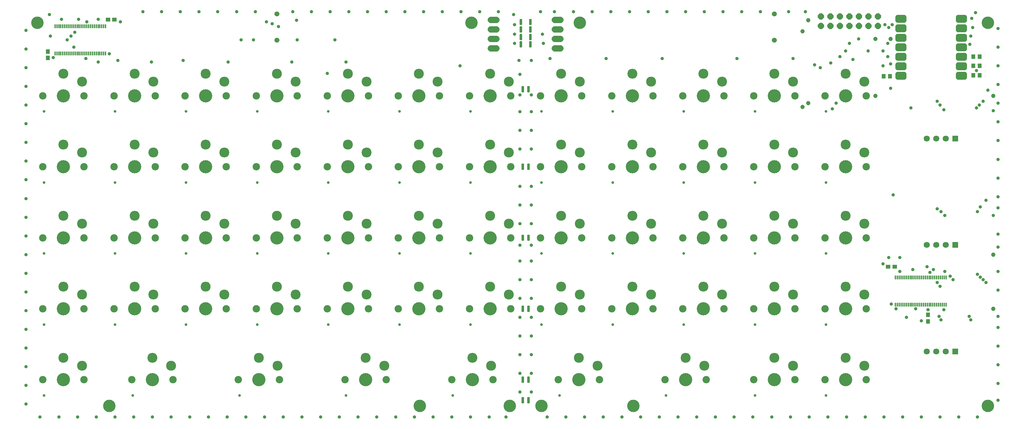
<source format=gbs>
G75*
%MOIN*%
%OFA0B0*%
%FSLAX25Y25*%
%IPPOS*%
%LPD*%
%AMOC8*
5,1,8,0,0,1.08239X$1,22.5*
%
%ADD10C,0.13098*%
%ADD11R,0.01287X0.04043*%
%ADD12C,0.13886*%
%ADD13C,0.02862*%
%ADD14C,0.07783*%
%ADD15C,0.10500*%
%ADD16R,0.04437X0.04831*%
%ADD17R,0.04831X0.04437*%
%ADD18C,0.04187*%
%ADD19R,0.06406X0.06406*%
%ADD20C,0.06406*%
%ADD21C,0.06500*%
%ADD22C,0.05224*%
%ADD23OC8,0.06500*%
%ADD24C,0.03469*%
%ADD25C,0.03075*%
%ADD26C,0.04634*%
D10*
X0095304Y0051813D03*
X0422076Y0051813D03*
X0516564Y0051813D03*
X0550028Y0051813D03*
X0646485Y0051813D03*
X1019517Y0051813D03*
X1019517Y0455356D03*
X0590383Y0455356D03*
X0476209Y0455356D03*
X0019517Y0455356D03*
D11*
X0038217Y0451813D03*
X0040186Y0451813D03*
X0042154Y0451813D03*
X0044123Y0451813D03*
X0046091Y0451813D03*
X0048060Y0451813D03*
X0050028Y0451813D03*
X0051997Y0451813D03*
X0053965Y0451813D03*
X0055934Y0451813D03*
X0057902Y0451813D03*
X0059871Y0451813D03*
X0061839Y0451813D03*
X0063808Y0451813D03*
X0065776Y0451813D03*
X0067745Y0451813D03*
X0069713Y0451813D03*
X0071682Y0451813D03*
X0073650Y0451813D03*
X0075619Y0451813D03*
X0077587Y0451813D03*
X0079556Y0451813D03*
X0081524Y0451813D03*
X0083493Y0451813D03*
X0085461Y0451813D03*
X0087430Y0451813D03*
X0089398Y0451813D03*
X0091367Y0451813D03*
X0091367Y0423230D03*
X0089398Y0423230D03*
X0087430Y0423230D03*
X0085461Y0423230D03*
X0083493Y0423230D03*
X0081524Y0423230D03*
X0079556Y0423230D03*
X0077587Y0423230D03*
X0075619Y0423230D03*
X0073650Y0423230D03*
X0071682Y0423230D03*
X0069713Y0423230D03*
X0067745Y0423230D03*
X0065776Y0423230D03*
X0063808Y0423230D03*
X0061839Y0423230D03*
X0059871Y0423230D03*
X0057902Y0423230D03*
X0055934Y0423230D03*
X0053965Y0423230D03*
X0051997Y0423230D03*
X0050028Y0423230D03*
X0048060Y0423230D03*
X0046091Y0423230D03*
X0044123Y0423230D03*
X0042154Y0423230D03*
X0040186Y0423230D03*
X0038217Y0423230D03*
X0922410Y0187112D03*
X0924379Y0187112D03*
X0926347Y0187112D03*
X0928316Y0187112D03*
X0930284Y0187112D03*
X0932253Y0187112D03*
X0934221Y0187112D03*
X0936190Y0187112D03*
X0938158Y0187112D03*
X0940127Y0187112D03*
X0942095Y0187112D03*
X0944064Y0187112D03*
X0946032Y0187112D03*
X0948001Y0187112D03*
X0949970Y0187112D03*
X0951938Y0187112D03*
X0953907Y0187112D03*
X0955875Y0187112D03*
X0957844Y0187112D03*
X0959812Y0187112D03*
X0961781Y0187112D03*
X0963749Y0187112D03*
X0965718Y0187112D03*
X0967686Y0187112D03*
X0969655Y0187112D03*
X0971623Y0187112D03*
X0973592Y0187112D03*
X0975560Y0187112D03*
X0975560Y0158530D03*
X0973592Y0158530D03*
X0971623Y0158530D03*
X0969655Y0158530D03*
X0967686Y0158530D03*
X0965718Y0158530D03*
X0963749Y0158530D03*
X0961781Y0158530D03*
X0959812Y0158530D03*
X0957844Y0158530D03*
X0955875Y0158530D03*
X0953907Y0158530D03*
X0951938Y0158530D03*
X0949970Y0158530D03*
X0948001Y0158530D03*
X0946032Y0158530D03*
X0944064Y0158530D03*
X0942095Y0158530D03*
X0940127Y0158530D03*
X0938158Y0158530D03*
X0936190Y0158530D03*
X0934221Y0158530D03*
X0932253Y0158530D03*
X0930284Y0158530D03*
X0928316Y0158530D03*
X0926347Y0158530D03*
X0924379Y0158530D03*
X0922410Y0158530D03*
D12*
X0869910Y0154175D03*
X0795107Y0154175D03*
X0720304Y0154175D03*
X0645501Y0154175D03*
X0570698Y0154175D03*
X0495894Y0154175D03*
X0421091Y0154175D03*
X0346288Y0154175D03*
X0271485Y0154175D03*
X0196682Y0154175D03*
X0121879Y0154175D03*
X0047076Y0154175D03*
X0047076Y0228978D03*
X0121879Y0228978D03*
X0196682Y0228978D03*
X0271485Y0228978D03*
X0346288Y0228978D03*
X0421091Y0228978D03*
X0495894Y0228978D03*
X0570698Y0228978D03*
X0645501Y0228978D03*
X0720304Y0228978D03*
X0795107Y0228978D03*
X0869910Y0228978D03*
X0869910Y0303781D03*
X0795107Y0303781D03*
X0720304Y0303781D03*
X0645501Y0303781D03*
X0570698Y0303781D03*
X0495894Y0303781D03*
X0421091Y0303781D03*
X0346288Y0303781D03*
X0271485Y0303781D03*
X0196682Y0303781D03*
X0121879Y0303781D03*
X0047076Y0303781D03*
X0047076Y0378584D03*
X0121879Y0378584D03*
X0196682Y0378584D03*
X0271485Y0378584D03*
X0346288Y0378584D03*
X0421091Y0378584D03*
X0495894Y0378584D03*
X0570698Y0378584D03*
X0645501Y0378584D03*
X0720304Y0378584D03*
X0795107Y0378584D03*
X0869910Y0378584D03*
X0869910Y0079372D03*
X0795107Y0079372D03*
X0701603Y0079372D03*
X0589398Y0079372D03*
X0477194Y0079372D03*
X0364989Y0079372D03*
X0252784Y0079372D03*
X0140580Y0079372D03*
X0047076Y0079372D03*
D13*
X0026524Y0062836D03*
X0120028Y0062836D03*
X0232233Y0062836D03*
X0344438Y0062836D03*
X0456643Y0062836D03*
X0568847Y0062836D03*
X0681052Y0062836D03*
X0774556Y0062836D03*
X0849359Y0062836D03*
X0849359Y0137639D03*
X0774556Y0137639D03*
X0699753Y0137639D03*
X0624950Y0137639D03*
X0550146Y0137639D03*
X0475343Y0137639D03*
X0400540Y0137639D03*
X0325737Y0137639D03*
X0250934Y0137639D03*
X0176131Y0137639D03*
X0101328Y0137639D03*
X0026524Y0137639D03*
X0026524Y0212443D03*
X0101328Y0212443D03*
X0176131Y0212443D03*
X0250934Y0212443D03*
X0325737Y0212443D03*
X0400540Y0212443D03*
X0475343Y0212443D03*
X0550146Y0212443D03*
X0624950Y0212443D03*
X0699753Y0212443D03*
X0774556Y0212443D03*
X0849359Y0212443D03*
X0849359Y0287246D03*
X0774556Y0287246D03*
X0699753Y0287246D03*
X0624950Y0287246D03*
X0550146Y0287246D03*
X0475343Y0287246D03*
X0400540Y0287246D03*
X0325737Y0287246D03*
X0250934Y0287246D03*
X0176131Y0287246D03*
X0101328Y0287246D03*
X0026524Y0287246D03*
X0026524Y0362049D03*
X0101328Y0362049D03*
X0176131Y0362049D03*
X0250934Y0362049D03*
X0325737Y0362049D03*
X0400540Y0362049D03*
X0475343Y0362049D03*
X0550146Y0362049D03*
X0624950Y0362049D03*
X0699753Y0362049D03*
X0774556Y0362049D03*
X0849359Y0362049D03*
D14*
X0848257Y0378584D03*
X0816761Y0378584D03*
X0773454Y0378584D03*
X0741957Y0378584D03*
X0698650Y0378584D03*
X0667154Y0378584D03*
X0623847Y0378584D03*
X0592351Y0378584D03*
X0549044Y0378584D03*
X0517548Y0378584D03*
X0474241Y0378584D03*
X0442745Y0378584D03*
X0399438Y0378584D03*
X0367942Y0378584D03*
X0324635Y0378584D03*
X0293139Y0378584D03*
X0249831Y0378584D03*
X0218335Y0378584D03*
X0175028Y0378584D03*
X0143532Y0378584D03*
X0100225Y0378584D03*
X0068729Y0378584D03*
X0025422Y0378584D03*
X0025422Y0303781D03*
X0068729Y0303781D03*
X0100225Y0303781D03*
X0143532Y0303781D03*
X0175028Y0303781D03*
X0218335Y0303781D03*
X0249831Y0303781D03*
X0293139Y0303781D03*
X0324635Y0303781D03*
X0367942Y0303781D03*
X0399438Y0303781D03*
X0442745Y0303781D03*
X0474241Y0303781D03*
X0517548Y0303781D03*
X0549044Y0303781D03*
X0592351Y0303781D03*
X0623847Y0303781D03*
X0667154Y0303781D03*
X0698650Y0303781D03*
X0741957Y0303781D03*
X0773454Y0303781D03*
X0816761Y0303781D03*
X0848257Y0303781D03*
X0891564Y0303781D03*
X0891564Y0228978D03*
X0848257Y0228978D03*
X0816761Y0228978D03*
X0773454Y0228978D03*
X0741957Y0228978D03*
X0698650Y0228978D03*
X0667154Y0228978D03*
X0623847Y0228978D03*
X0592351Y0228978D03*
X0549044Y0228978D03*
X0517548Y0228978D03*
X0474241Y0228978D03*
X0442745Y0228978D03*
X0399438Y0228978D03*
X0367942Y0228978D03*
X0324635Y0228978D03*
X0293139Y0228978D03*
X0249831Y0228978D03*
X0218335Y0228978D03*
X0175028Y0228978D03*
X0143532Y0228978D03*
X0100225Y0228978D03*
X0068729Y0228978D03*
X0025422Y0228978D03*
X0025422Y0154175D03*
X0068729Y0154175D03*
X0100225Y0154175D03*
X0143532Y0154175D03*
X0175028Y0154175D03*
X0218335Y0154175D03*
X0249831Y0154175D03*
X0293139Y0154175D03*
X0324635Y0154175D03*
X0367942Y0154175D03*
X0399438Y0154175D03*
X0442745Y0154175D03*
X0474241Y0154175D03*
X0517548Y0154175D03*
X0549044Y0154175D03*
X0592351Y0154175D03*
X0623847Y0154175D03*
X0667154Y0154175D03*
X0698650Y0154175D03*
X0741957Y0154175D03*
X0773454Y0154175D03*
X0816761Y0154175D03*
X0848257Y0154175D03*
X0891564Y0154175D03*
X0891564Y0079372D03*
X0848257Y0079372D03*
X0816761Y0079372D03*
X0773454Y0079372D03*
X0723257Y0079372D03*
X0679950Y0079372D03*
X0611052Y0079372D03*
X0567745Y0079372D03*
X0498847Y0079372D03*
X0455540Y0079372D03*
X0386643Y0079372D03*
X0343335Y0079372D03*
X0274438Y0079372D03*
X0231131Y0079372D03*
X0162233Y0079372D03*
X0118926Y0079372D03*
X0068729Y0079372D03*
X0025422Y0079372D03*
X0891564Y0378584D03*
D15*
X0889595Y0393545D03*
X0869910Y0401813D03*
X0814792Y0393545D03*
X0795107Y0401813D03*
X0739989Y0393545D03*
X0720304Y0401813D03*
X0665186Y0393545D03*
X0645501Y0401813D03*
X0590383Y0393545D03*
X0570698Y0401813D03*
X0515580Y0393545D03*
X0495894Y0401813D03*
X0440776Y0393545D03*
X0421091Y0401813D03*
X0365973Y0393545D03*
X0346288Y0401813D03*
X0291170Y0393545D03*
X0271485Y0401813D03*
X0216367Y0393545D03*
X0196682Y0401813D03*
X0141564Y0393545D03*
X0121879Y0401813D03*
X0066761Y0393545D03*
X0047076Y0401813D03*
X0047076Y0327009D03*
X0066761Y0318742D03*
X0121879Y0327009D03*
X0141564Y0318742D03*
X0196682Y0327009D03*
X0216367Y0318742D03*
X0271485Y0327009D03*
X0291170Y0318742D03*
X0346288Y0327009D03*
X0365973Y0318742D03*
X0421091Y0327009D03*
X0440776Y0318742D03*
X0495894Y0327009D03*
X0515580Y0318742D03*
X0570698Y0327009D03*
X0590383Y0318742D03*
X0645501Y0327009D03*
X0665186Y0318742D03*
X0720304Y0327009D03*
X0739989Y0318742D03*
X0795107Y0327009D03*
X0814792Y0318742D03*
X0869910Y0327009D03*
X0889595Y0318742D03*
X0869910Y0252206D03*
X0889595Y0243939D03*
X0814792Y0243939D03*
X0795107Y0252206D03*
X0739989Y0243939D03*
X0720304Y0252206D03*
X0665186Y0243939D03*
X0645501Y0252206D03*
X0590383Y0243939D03*
X0570698Y0252206D03*
X0515580Y0243939D03*
X0495894Y0252206D03*
X0440776Y0243939D03*
X0421091Y0252206D03*
X0365973Y0243939D03*
X0346288Y0252206D03*
X0291170Y0243939D03*
X0271485Y0252206D03*
X0216367Y0243939D03*
X0196682Y0252206D03*
X0141564Y0243939D03*
X0121879Y0252206D03*
X0066761Y0243939D03*
X0047076Y0252206D03*
X0047076Y0177403D03*
X0066761Y0169135D03*
X0121879Y0177403D03*
X0141564Y0169135D03*
X0196682Y0177403D03*
X0216367Y0169135D03*
X0271485Y0177403D03*
X0291170Y0169135D03*
X0346288Y0177403D03*
X0365973Y0169135D03*
X0421091Y0177403D03*
X0440776Y0169135D03*
X0495894Y0177403D03*
X0515580Y0169135D03*
X0570698Y0177403D03*
X0590383Y0169135D03*
X0645501Y0177403D03*
X0665186Y0169135D03*
X0720304Y0177403D03*
X0739989Y0169135D03*
X0795107Y0177403D03*
X0814792Y0169135D03*
X0869910Y0177403D03*
X0889595Y0169135D03*
X0869910Y0102600D03*
X0889595Y0094332D03*
X0814792Y0094332D03*
X0795107Y0102600D03*
X0721288Y0094332D03*
X0701603Y0102600D03*
X0609083Y0094332D03*
X0589398Y0102600D03*
X0496879Y0094332D03*
X0477194Y0102600D03*
X0384674Y0094332D03*
X0364989Y0102600D03*
X0272469Y0094332D03*
X0252784Y0102600D03*
X0160265Y0094332D03*
X0140580Y0102600D03*
X0066761Y0094332D03*
X0047076Y0102600D03*
D16*
X0030512Y0418545D03*
X0030512Y0425238D03*
X0909871Y0399254D03*
X0916564Y0399254D03*
X1004359Y0400238D03*
X1011052Y0400238D03*
X1011052Y0410080D03*
X1004359Y0410080D03*
X1004359Y0419923D03*
X1011052Y0419923D03*
X0956524Y0147679D03*
X0956524Y0140986D03*
D17*
X0921485Y0198466D03*
X0914792Y0198466D03*
X0100718Y0458704D03*
X0094025Y0458704D03*
D18*
X0924411Y0461859D02*
X0931551Y0461859D01*
X0931551Y0457671D01*
X0924411Y0457671D01*
X0924411Y0461859D01*
X0924411Y0461857D02*
X0931551Y0461857D01*
X0931551Y0451859D02*
X0924411Y0451859D01*
X0931551Y0451859D02*
X0931551Y0447671D01*
X0924411Y0447671D01*
X0924411Y0451859D01*
X0924411Y0451857D02*
X0931551Y0451857D01*
X0931551Y0441859D02*
X0924411Y0441859D01*
X0931551Y0441859D02*
X0931551Y0437671D01*
X0924411Y0437671D01*
X0924411Y0441859D01*
X0924411Y0441857D02*
X0931551Y0441857D01*
X0931551Y0431859D02*
X0924411Y0431859D01*
X0931551Y0431859D02*
X0931551Y0427671D01*
X0924411Y0427671D01*
X0924411Y0431859D01*
X0924411Y0431857D02*
X0931551Y0431857D01*
X0931551Y0421859D02*
X0924411Y0421859D01*
X0931551Y0421859D02*
X0931551Y0417671D01*
X0924411Y0417671D01*
X0924411Y0421859D01*
X0924411Y0421857D02*
X0931551Y0421857D01*
X0931551Y0411859D02*
X0924411Y0411859D01*
X0931551Y0411859D02*
X0931551Y0407671D01*
X0924411Y0407671D01*
X0924411Y0411859D01*
X0924411Y0411857D02*
X0931551Y0411857D01*
X0931551Y0401859D02*
X0924411Y0401859D01*
X0931551Y0401859D02*
X0931551Y0397671D01*
X0924411Y0397671D01*
X0924411Y0401859D01*
X0924411Y0401857D02*
X0931551Y0401857D01*
X0988053Y0401859D02*
X0995193Y0401859D01*
X0995193Y0397671D01*
X0988053Y0397671D01*
X0988053Y0401859D01*
X0988053Y0401857D02*
X0995193Y0401857D01*
X0995193Y0411859D02*
X0988053Y0411859D01*
X0995193Y0411859D02*
X0995193Y0407671D01*
X0988053Y0407671D01*
X0988053Y0411859D01*
X0988053Y0411857D02*
X0995193Y0411857D01*
X0995193Y0421859D02*
X0988053Y0421859D01*
X0995193Y0421859D02*
X0995193Y0417671D01*
X0988053Y0417671D01*
X0988053Y0421859D01*
X0988053Y0421857D02*
X0995193Y0421857D01*
X0995193Y0431859D02*
X0988053Y0431859D01*
X0995193Y0431859D02*
X0995193Y0427671D01*
X0988053Y0427671D01*
X0988053Y0431859D01*
X0988053Y0431857D02*
X0995193Y0431857D01*
X0995193Y0441859D02*
X0988053Y0441859D01*
X0995193Y0441859D02*
X0995193Y0437671D01*
X0988053Y0437671D01*
X0988053Y0441859D01*
X0988053Y0441857D02*
X0995193Y0441857D01*
X0995193Y0451859D02*
X0988053Y0451859D01*
X0995193Y0451859D02*
X0995193Y0447671D01*
X0988053Y0447671D01*
X0988053Y0451859D01*
X0988053Y0451857D02*
X0995193Y0451857D01*
X0995193Y0461859D02*
X0988053Y0461859D01*
X0995193Y0461859D02*
X0995193Y0457671D01*
X0988053Y0457671D01*
X0988053Y0461859D01*
X0988053Y0461857D02*
X0995193Y0461857D01*
D19*
X0985304Y0333584D03*
X0985304Y0221380D03*
X0985304Y0109175D03*
D20*
X0975304Y0109175D03*
X0965304Y0109175D03*
X0955304Y0109175D03*
X0955304Y0221380D03*
X0965304Y0221380D03*
X0975304Y0221380D03*
X0975304Y0333584D03*
X0965304Y0333584D03*
X0955304Y0333584D03*
D21*
X0569997Y0428545D02*
X0563997Y0428545D01*
X0563997Y0438545D02*
X0569997Y0438545D01*
X0569997Y0448545D02*
X0563997Y0448545D01*
X0563997Y0458545D02*
X0569997Y0458545D01*
X0502595Y0458545D02*
X0496595Y0458545D01*
X0496595Y0448545D02*
X0502595Y0448545D01*
X0502595Y0438545D02*
X0496595Y0438545D01*
X0496595Y0428545D02*
X0502595Y0428545D01*
D22*
X0271485Y0437246D03*
X0271485Y0464805D03*
X0795107Y0464805D03*
X0795107Y0437246D03*
D23*
X0843847Y0452324D03*
X0853847Y0452324D03*
X0863847Y0452324D03*
X0873847Y0452324D03*
X0883847Y0452324D03*
X0893847Y0452324D03*
X0903847Y0452324D03*
X0903847Y0462324D03*
X0893847Y0462324D03*
X0883847Y0462324D03*
X0873847Y0462324D03*
X0863847Y0462324D03*
X0853847Y0462324D03*
X0843847Y0462324D03*
D24*
X0022469Y0040002D03*
X0042154Y0040002D03*
X0061839Y0040002D03*
X0081524Y0040002D03*
X0101209Y0040002D03*
X0120894Y0040002D03*
X0140580Y0040002D03*
X0160265Y0040002D03*
X0179950Y0040002D03*
X0199635Y0040002D03*
X0219320Y0040002D03*
X0239005Y0040002D03*
X0258690Y0040002D03*
X0278375Y0040002D03*
X0298060Y0040002D03*
X0317745Y0040002D03*
X0337430Y0040002D03*
X0357115Y0040002D03*
X0376800Y0040002D03*
X0396485Y0040002D03*
X0416170Y0040002D03*
X0435855Y0040002D03*
X0455540Y0040002D03*
X0475225Y0040002D03*
X0494910Y0040002D03*
X0512627Y0040002D03*
X0555934Y0040002D03*
X0575619Y0040002D03*
X0595304Y0040002D03*
X0614989Y0040002D03*
X0634674Y0040002D03*
X0654359Y0040002D03*
X0674044Y0040002D03*
X0693729Y0040002D03*
X0713414Y0040002D03*
X0733099Y0040002D03*
X0752784Y0040002D03*
X0772469Y0040002D03*
X0792154Y0040002D03*
X0811839Y0040002D03*
X0831524Y0040002D03*
X0851209Y0040002D03*
X0870894Y0040002D03*
X0890580Y0040002D03*
X0910265Y0040002D03*
X0929950Y0040002D03*
X0949635Y0040002D03*
X0969320Y0040002D03*
X0989005Y0040002D03*
X1008690Y0040002D03*
X1030343Y0057718D03*
X1030343Y0075435D03*
X1030343Y0095120D03*
X1030343Y0114805D03*
X1030343Y0134490D03*
X1030343Y0146301D03*
X1001800Y0142364D03*
X0999831Y0146301D03*
X0973257Y0153191D03*
X0968335Y0146301D03*
X0970304Y0142364D03*
X0956524Y0153191D03*
X0943729Y0154175D03*
X0933887Y0145317D03*
X0923060Y0154175D03*
X0918139Y0159096D03*
X0949635Y0141380D03*
X0969320Y0177797D03*
X0966367Y0181734D03*
X0958493Y0192561D03*
X0962430Y0195513D03*
X0955540Y0198466D03*
X0940776Y0195513D03*
X0926997Y0193545D03*
X0909280Y0201419D03*
X0915186Y0208309D03*
X0926997Y0208309D03*
X0974241Y0193545D03*
X0980146Y0188624D03*
X0983099Y0184687D03*
X1008690Y0190592D03*
X1011643Y0187639D03*
X1014595Y0184687D03*
X1017548Y0181734D03*
X1030343Y0173860D03*
X1030343Y0193545D03*
X1030343Y0219135D03*
X1030343Y0232915D03*
X1025422Y0252600D03*
X1030343Y0260474D03*
X1030343Y0272285D03*
X1017548Y0268348D03*
X1011643Y0261458D03*
X1008690Y0256537D03*
X0974241Y0252600D03*
X0970304Y0256537D03*
X0966367Y0259490D03*
X0920107Y0274254D03*
X1030343Y0291970D03*
X1030343Y0311655D03*
X1030343Y0331340D03*
X1030343Y0351025D03*
X1025422Y0362836D03*
X1030343Y0370710D03*
X1014595Y0372679D03*
X1010658Y0368742D03*
X1007706Y0365789D03*
X1019517Y0384490D03*
X1030343Y0390395D03*
X1007706Y0405159D03*
X1030343Y0410080D03*
X1030343Y0429765D03*
X1000816Y0432718D03*
X1001800Y0441576D03*
X1003769Y0450435D03*
X1002784Y0460277D03*
X1006721Y0466183D03*
X1030343Y0449450D03*
X0919123Y0453387D03*
X0915186Y0450435D03*
X0911249Y0453387D03*
X0914202Y0433702D03*
X0909280Y0425828D03*
X0914202Y0419923D03*
X0917154Y0412049D03*
X0909280Y0410080D03*
X0893532Y0425828D03*
X0883690Y0438624D03*
X0873847Y0433702D03*
X0869910Y0425828D03*
X0864005Y0419923D03*
X0854162Y0413033D03*
X0843335Y0408112D03*
X0837430Y0411065D03*
X0814792Y0417954D03*
X0755737Y0417954D03*
X0676997Y0417954D03*
X0617942Y0417954D03*
X0558887Y0417954D03*
X0551997Y0433702D03*
X0551013Y0443545D03*
X0521485Y0443545D03*
X0521485Y0453387D03*
X0520501Y0464214D03*
X0504753Y0467167D03*
X0485068Y0467167D03*
X0465383Y0467167D03*
X0445698Y0467167D03*
X0426013Y0467167D03*
X0406328Y0467167D03*
X0386643Y0467167D03*
X0366957Y0467167D03*
X0347272Y0467167D03*
X0327587Y0467167D03*
X0307902Y0467167D03*
X0292351Y0458309D03*
X0288217Y0467167D03*
X0266564Y0454372D03*
X0260658Y0456340D03*
X0273454Y0451419D03*
X0293139Y0437639D03*
X0332509Y0437639D03*
X0344320Y0414017D03*
X0324635Y0402206D03*
X0287233Y0414017D03*
X0246879Y0437639D03*
X0234083Y0437639D03*
X0220304Y0414017D03*
X0173060Y0415986D03*
X0139595Y0414017D03*
X0104162Y0415986D03*
X0095304Y0422876D03*
X0083493Y0414017D03*
X0070698Y0417954D03*
X0057902Y0429765D03*
X0051013Y0437639D03*
X0054950Y0441576D03*
X0058887Y0445513D03*
X0062824Y0459293D03*
X0071682Y0456340D03*
X0083493Y0459293D03*
X0107115Y0456340D03*
X0130737Y0467167D03*
X0150422Y0467167D03*
X0170107Y0467167D03*
X0189792Y0467167D03*
X0209477Y0467167D03*
X0229162Y0467167D03*
X0248847Y0467167D03*
X0045107Y0459293D03*
X0032312Y0464214D03*
X0007706Y0447482D03*
X0033296Y0441576D03*
X0007706Y0427797D03*
X0036249Y0418939D03*
X0007706Y0408112D03*
X0007706Y0388427D03*
X0007706Y0368742D03*
X0007706Y0349057D03*
X0007706Y0329372D03*
X0007706Y0309687D03*
X0007706Y0290002D03*
X0007706Y0270317D03*
X0007706Y0250631D03*
X0007706Y0230946D03*
X0007706Y0211261D03*
X0007706Y0191576D03*
X0007706Y0171891D03*
X0007706Y0152206D03*
X0007706Y0132521D03*
X0007706Y0112836D03*
X0007706Y0093151D03*
X0007706Y0073466D03*
X0007706Y0053781D03*
X0527391Y0066576D03*
X0539202Y0066576D03*
X0539202Y0086261D03*
X0527391Y0086261D03*
X0527391Y0105946D03*
X0539202Y0105946D03*
X0539202Y0125631D03*
X0527391Y0125631D03*
X0527391Y0145317D03*
X0539202Y0145317D03*
X0539202Y0165002D03*
X0527391Y0165002D03*
X0527391Y0184687D03*
X0539202Y0184687D03*
X0539202Y0204372D03*
X0527391Y0204372D03*
X0527391Y0221104D03*
X0539202Y0221104D03*
X0539202Y0243742D03*
X0527391Y0243742D03*
X0527391Y0263427D03*
X0539202Y0263427D03*
X0539202Y0283112D03*
X0527391Y0283112D03*
X0527391Y0322482D03*
X0539202Y0322482D03*
X0539202Y0342167D03*
X0527391Y0342167D03*
X0527391Y0361852D03*
X0539202Y0361852D03*
X0539202Y0379569D03*
X0527391Y0379569D03*
X0527391Y0401222D03*
X0526406Y0415986D03*
X0539202Y0415986D03*
X0521485Y0433702D03*
X0464398Y0410080D03*
X0549044Y0467167D03*
X0563808Y0467167D03*
X0583493Y0467167D03*
X0603178Y0467167D03*
X0622863Y0467167D03*
X0642548Y0467167D03*
X0662233Y0467167D03*
X0681918Y0467167D03*
X0701603Y0467167D03*
X0721288Y0467167D03*
X0740973Y0467167D03*
X0760658Y0467167D03*
X0780343Y0467167D03*
X0809871Y0467167D03*
X0827587Y0467167D03*
X0877784Y0416970D03*
X0917154Y0386458D03*
X0938808Y0365789D03*
X0966367Y0372679D03*
X0969320Y0368742D03*
X0973257Y0363820D03*
X0860068Y0370710D03*
X0856131Y0364805D03*
D25*
X0536249Y0383506D03*
X0536249Y0385474D03*
X0536249Y0387443D03*
X0530343Y0387443D03*
X0530343Y0385474D03*
X0530343Y0383506D03*
X0528375Y0430750D03*
X0528375Y0432718D03*
X0528375Y0434687D03*
X0528375Y0438624D03*
X0528375Y0440592D03*
X0528375Y0442561D03*
X0528375Y0446498D03*
X0528375Y0448466D03*
X0528375Y0450435D03*
X0528375Y0454372D03*
X0528375Y0456340D03*
X0528375Y0458309D03*
X0538217Y0458309D03*
X0538217Y0456340D03*
X0538217Y0454372D03*
X0538217Y0450435D03*
X0538217Y0448466D03*
X0538217Y0446498D03*
X0538217Y0442561D03*
X0538217Y0440592D03*
X0538217Y0438624D03*
X0538217Y0434687D03*
X0538217Y0432718D03*
X0538217Y0430750D03*
X0536249Y0305750D03*
X0536249Y0303781D03*
X0536249Y0301813D03*
X0530343Y0301813D03*
X0530343Y0303781D03*
X0530343Y0305750D03*
X0530343Y0230946D03*
X0530343Y0228978D03*
X0530343Y0227009D03*
X0536249Y0227009D03*
X0536249Y0228978D03*
X0536249Y0230946D03*
X0536249Y0156143D03*
X0536249Y0154175D03*
X0536249Y0152206D03*
X0530343Y0152206D03*
X0530343Y0154175D03*
X0530343Y0156143D03*
X0530343Y0081340D03*
X0530343Y0079372D03*
X0530343Y0077403D03*
X0536249Y0077403D03*
X0536249Y0079372D03*
X0536249Y0081340D03*
X0536249Y0059687D03*
X0536249Y0057718D03*
X0536249Y0055750D03*
X0530343Y0055750D03*
X0530343Y0057718D03*
X0530343Y0059687D03*
D26*
X1025422Y0154175D03*
X1025422Y0211261D03*
X0824635Y0366773D03*
X0830540Y0370710D03*
X0901406Y0378584D03*
X0901406Y0438624D03*
X0917154Y0438624D03*
X0830540Y0458309D03*
X0824635Y0446498D03*
X1025422Y0378584D03*
M02*

</source>
